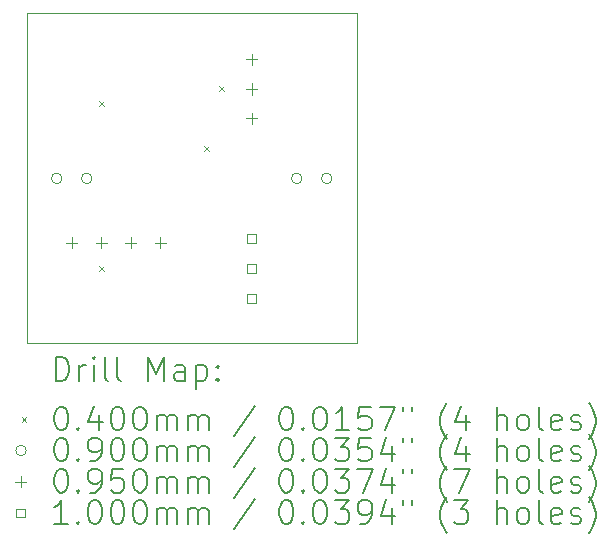
<source format=gbr>
%TF.GenerationSoftware,KiCad,Pcbnew,7.0.1*%
%TF.CreationDate,2023-10-30T09:31:32+01:00*%
%TF.ProjectId,opto-counter,6f70746f-2d63-46f7-956e-7465722e6b69,rev?*%
%TF.SameCoordinates,Original*%
%TF.FileFunction,Drillmap*%
%TF.FilePolarity,Positive*%
%FSLAX45Y45*%
G04 Gerber Fmt 4.5, Leading zero omitted, Abs format (unit mm)*
G04 Created by KiCad (PCBNEW 7.0.1) date 2023-10-30 09:31:32*
%MOMM*%
%LPD*%
G01*
G04 APERTURE LIST*
%ADD10C,0.050000*%
%ADD11C,0.200000*%
%ADD12C,0.040000*%
%ADD13C,0.090000*%
%ADD14C,0.095000*%
%ADD15C,0.100000*%
G04 APERTURE END LIST*
D10*
X6350000Y-2413000D02*
X9144000Y-2413000D01*
X9144000Y-5207000D01*
X6350000Y-5207000D01*
X6350000Y-2413000D01*
D11*
D12*
X6965000Y-3155000D02*
X7005000Y-3195000D01*
X7005000Y-3155000D02*
X6965000Y-3195000D01*
X6965000Y-4552000D02*
X7005000Y-4592000D01*
X7005000Y-4552000D02*
X6965000Y-4592000D01*
X7854000Y-3536000D02*
X7894000Y-3576000D01*
X7894000Y-3536000D02*
X7854000Y-3576000D01*
X7981000Y-3028000D02*
X8021000Y-3068000D01*
X8021000Y-3028000D02*
X7981000Y-3068000D01*
D13*
X6649000Y-3810000D02*
G75*
G03*
X6649000Y-3810000I-45000J0D01*
G01*
X6903000Y-3810000D02*
G75*
G03*
X6903000Y-3810000I-45000J0D01*
G01*
X8681000Y-3810000D02*
G75*
G03*
X8681000Y-3810000I-45000J0D01*
G01*
X8935000Y-3810000D02*
G75*
G03*
X8935000Y-3810000I-45000J0D01*
G01*
D14*
X6731000Y-4306500D02*
X6731000Y-4401500D01*
X6683500Y-4354000D02*
X6778500Y-4354000D01*
X6981000Y-4306500D02*
X6981000Y-4401500D01*
X6933500Y-4354000D02*
X7028500Y-4354000D01*
X7231000Y-4306500D02*
X7231000Y-4401500D01*
X7183500Y-4354000D02*
X7278500Y-4354000D01*
X7481000Y-4306500D02*
X7481000Y-4401500D01*
X7433500Y-4354000D02*
X7528500Y-4354000D01*
X8255000Y-2754500D02*
X8255000Y-2849500D01*
X8207500Y-2802000D02*
X8302500Y-2802000D01*
X8255000Y-3004500D02*
X8255000Y-3099500D01*
X8207500Y-3052000D02*
X8302500Y-3052000D01*
X8255000Y-3254500D02*
X8255000Y-3349500D01*
X8207500Y-3302000D02*
X8302500Y-3302000D01*
D15*
X8290356Y-4354856D02*
X8290356Y-4284144D01*
X8219644Y-4284144D01*
X8219644Y-4354856D01*
X8290356Y-4354856D01*
X8290356Y-4608856D02*
X8290356Y-4538144D01*
X8219644Y-4538144D01*
X8219644Y-4608856D01*
X8290356Y-4608856D01*
X8290356Y-4862856D02*
X8290356Y-4792144D01*
X8219644Y-4792144D01*
X8219644Y-4862856D01*
X8290356Y-4862856D01*
D11*
X6595119Y-5522024D02*
X6595119Y-5322024D01*
X6595119Y-5322024D02*
X6642738Y-5322024D01*
X6642738Y-5322024D02*
X6671309Y-5331548D01*
X6671309Y-5331548D02*
X6690357Y-5350595D01*
X6690357Y-5350595D02*
X6699881Y-5369643D01*
X6699881Y-5369643D02*
X6709405Y-5407738D01*
X6709405Y-5407738D02*
X6709405Y-5436310D01*
X6709405Y-5436310D02*
X6699881Y-5474405D01*
X6699881Y-5474405D02*
X6690357Y-5493452D01*
X6690357Y-5493452D02*
X6671309Y-5512500D01*
X6671309Y-5512500D02*
X6642738Y-5522024D01*
X6642738Y-5522024D02*
X6595119Y-5522024D01*
X6795119Y-5522024D02*
X6795119Y-5388690D01*
X6795119Y-5426786D02*
X6804643Y-5407738D01*
X6804643Y-5407738D02*
X6814167Y-5398214D01*
X6814167Y-5398214D02*
X6833214Y-5388690D01*
X6833214Y-5388690D02*
X6852262Y-5388690D01*
X6918928Y-5522024D02*
X6918928Y-5388690D01*
X6918928Y-5322024D02*
X6909405Y-5331548D01*
X6909405Y-5331548D02*
X6918928Y-5341071D01*
X6918928Y-5341071D02*
X6928452Y-5331548D01*
X6928452Y-5331548D02*
X6918928Y-5322024D01*
X6918928Y-5322024D02*
X6918928Y-5341071D01*
X7042738Y-5522024D02*
X7023690Y-5512500D01*
X7023690Y-5512500D02*
X7014167Y-5493452D01*
X7014167Y-5493452D02*
X7014167Y-5322024D01*
X7147500Y-5522024D02*
X7128452Y-5512500D01*
X7128452Y-5512500D02*
X7118928Y-5493452D01*
X7118928Y-5493452D02*
X7118928Y-5322024D01*
X7376071Y-5522024D02*
X7376071Y-5322024D01*
X7376071Y-5322024D02*
X7442738Y-5464881D01*
X7442738Y-5464881D02*
X7509405Y-5322024D01*
X7509405Y-5322024D02*
X7509405Y-5522024D01*
X7690357Y-5522024D02*
X7690357Y-5417262D01*
X7690357Y-5417262D02*
X7680833Y-5398214D01*
X7680833Y-5398214D02*
X7661786Y-5388690D01*
X7661786Y-5388690D02*
X7623690Y-5388690D01*
X7623690Y-5388690D02*
X7604643Y-5398214D01*
X7690357Y-5512500D02*
X7671309Y-5522024D01*
X7671309Y-5522024D02*
X7623690Y-5522024D01*
X7623690Y-5522024D02*
X7604643Y-5512500D01*
X7604643Y-5512500D02*
X7595119Y-5493452D01*
X7595119Y-5493452D02*
X7595119Y-5474405D01*
X7595119Y-5474405D02*
X7604643Y-5455357D01*
X7604643Y-5455357D02*
X7623690Y-5445833D01*
X7623690Y-5445833D02*
X7671309Y-5445833D01*
X7671309Y-5445833D02*
X7690357Y-5436310D01*
X7785595Y-5388690D02*
X7785595Y-5588690D01*
X7785595Y-5398214D02*
X7804643Y-5388690D01*
X7804643Y-5388690D02*
X7842738Y-5388690D01*
X7842738Y-5388690D02*
X7861786Y-5398214D01*
X7861786Y-5398214D02*
X7871309Y-5407738D01*
X7871309Y-5407738D02*
X7880833Y-5426786D01*
X7880833Y-5426786D02*
X7880833Y-5483929D01*
X7880833Y-5483929D02*
X7871309Y-5502976D01*
X7871309Y-5502976D02*
X7861786Y-5512500D01*
X7861786Y-5512500D02*
X7842738Y-5522024D01*
X7842738Y-5522024D02*
X7804643Y-5522024D01*
X7804643Y-5522024D02*
X7785595Y-5512500D01*
X7966548Y-5502976D02*
X7976071Y-5512500D01*
X7976071Y-5512500D02*
X7966548Y-5522024D01*
X7966548Y-5522024D02*
X7957024Y-5512500D01*
X7957024Y-5512500D02*
X7966548Y-5502976D01*
X7966548Y-5502976D02*
X7966548Y-5522024D01*
X7966548Y-5398214D02*
X7976071Y-5407738D01*
X7976071Y-5407738D02*
X7966548Y-5417262D01*
X7966548Y-5417262D02*
X7957024Y-5407738D01*
X7957024Y-5407738D02*
X7966548Y-5398214D01*
X7966548Y-5398214D02*
X7966548Y-5417262D01*
D12*
X6307500Y-5829500D02*
X6347500Y-5869500D01*
X6347500Y-5829500D02*
X6307500Y-5869500D01*
D11*
X6633214Y-5742024D02*
X6652262Y-5742024D01*
X6652262Y-5742024D02*
X6671309Y-5751548D01*
X6671309Y-5751548D02*
X6680833Y-5761071D01*
X6680833Y-5761071D02*
X6690357Y-5780119D01*
X6690357Y-5780119D02*
X6699881Y-5818214D01*
X6699881Y-5818214D02*
X6699881Y-5865833D01*
X6699881Y-5865833D02*
X6690357Y-5903928D01*
X6690357Y-5903928D02*
X6680833Y-5922976D01*
X6680833Y-5922976D02*
X6671309Y-5932500D01*
X6671309Y-5932500D02*
X6652262Y-5942024D01*
X6652262Y-5942024D02*
X6633214Y-5942024D01*
X6633214Y-5942024D02*
X6614167Y-5932500D01*
X6614167Y-5932500D02*
X6604643Y-5922976D01*
X6604643Y-5922976D02*
X6595119Y-5903928D01*
X6595119Y-5903928D02*
X6585595Y-5865833D01*
X6585595Y-5865833D02*
X6585595Y-5818214D01*
X6585595Y-5818214D02*
X6595119Y-5780119D01*
X6595119Y-5780119D02*
X6604643Y-5761071D01*
X6604643Y-5761071D02*
X6614167Y-5751548D01*
X6614167Y-5751548D02*
X6633214Y-5742024D01*
X6785595Y-5922976D02*
X6795119Y-5932500D01*
X6795119Y-5932500D02*
X6785595Y-5942024D01*
X6785595Y-5942024D02*
X6776071Y-5932500D01*
X6776071Y-5932500D02*
X6785595Y-5922976D01*
X6785595Y-5922976D02*
X6785595Y-5942024D01*
X6966548Y-5808690D02*
X6966548Y-5942024D01*
X6918928Y-5732500D02*
X6871309Y-5875357D01*
X6871309Y-5875357D02*
X6995119Y-5875357D01*
X7109405Y-5742024D02*
X7128452Y-5742024D01*
X7128452Y-5742024D02*
X7147500Y-5751548D01*
X7147500Y-5751548D02*
X7157024Y-5761071D01*
X7157024Y-5761071D02*
X7166548Y-5780119D01*
X7166548Y-5780119D02*
X7176071Y-5818214D01*
X7176071Y-5818214D02*
X7176071Y-5865833D01*
X7176071Y-5865833D02*
X7166548Y-5903928D01*
X7166548Y-5903928D02*
X7157024Y-5922976D01*
X7157024Y-5922976D02*
X7147500Y-5932500D01*
X7147500Y-5932500D02*
X7128452Y-5942024D01*
X7128452Y-5942024D02*
X7109405Y-5942024D01*
X7109405Y-5942024D02*
X7090357Y-5932500D01*
X7090357Y-5932500D02*
X7080833Y-5922976D01*
X7080833Y-5922976D02*
X7071309Y-5903928D01*
X7071309Y-5903928D02*
X7061786Y-5865833D01*
X7061786Y-5865833D02*
X7061786Y-5818214D01*
X7061786Y-5818214D02*
X7071309Y-5780119D01*
X7071309Y-5780119D02*
X7080833Y-5761071D01*
X7080833Y-5761071D02*
X7090357Y-5751548D01*
X7090357Y-5751548D02*
X7109405Y-5742024D01*
X7299881Y-5742024D02*
X7318929Y-5742024D01*
X7318929Y-5742024D02*
X7337976Y-5751548D01*
X7337976Y-5751548D02*
X7347500Y-5761071D01*
X7347500Y-5761071D02*
X7357024Y-5780119D01*
X7357024Y-5780119D02*
X7366548Y-5818214D01*
X7366548Y-5818214D02*
X7366548Y-5865833D01*
X7366548Y-5865833D02*
X7357024Y-5903928D01*
X7357024Y-5903928D02*
X7347500Y-5922976D01*
X7347500Y-5922976D02*
X7337976Y-5932500D01*
X7337976Y-5932500D02*
X7318929Y-5942024D01*
X7318929Y-5942024D02*
X7299881Y-5942024D01*
X7299881Y-5942024D02*
X7280833Y-5932500D01*
X7280833Y-5932500D02*
X7271309Y-5922976D01*
X7271309Y-5922976D02*
X7261786Y-5903928D01*
X7261786Y-5903928D02*
X7252262Y-5865833D01*
X7252262Y-5865833D02*
X7252262Y-5818214D01*
X7252262Y-5818214D02*
X7261786Y-5780119D01*
X7261786Y-5780119D02*
X7271309Y-5761071D01*
X7271309Y-5761071D02*
X7280833Y-5751548D01*
X7280833Y-5751548D02*
X7299881Y-5742024D01*
X7452262Y-5942024D02*
X7452262Y-5808690D01*
X7452262Y-5827738D02*
X7461786Y-5818214D01*
X7461786Y-5818214D02*
X7480833Y-5808690D01*
X7480833Y-5808690D02*
X7509405Y-5808690D01*
X7509405Y-5808690D02*
X7528452Y-5818214D01*
X7528452Y-5818214D02*
X7537976Y-5837262D01*
X7537976Y-5837262D02*
X7537976Y-5942024D01*
X7537976Y-5837262D02*
X7547500Y-5818214D01*
X7547500Y-5818214D02*
X7566548Y-5808690D01*
X7566548Y-5808690D02*
X7595119Y-5808690D01*
X7595119Y-5808690D02*
X7614167Y-5818214D01*
X7614167Y-5818214D02*
X7623690Y-5837262D01*
X7623690Y-5837262D02*
X7623690Y-5942024D01*
X7718929Y-5942024D02*
X7718929Y-5808690D01*
X7718929Y-5827738D02*
X7728452Y-5818214D01*
X7728452Y-5818214D02*
X7747500Y-5808690D01*
X7747500Y-5808690D02*
X7776071Y-5808690D01*
X7776071Y-5808690D02*
X7795119Y-5818214D01*
X7795119Y-5818214D02*
X7804643Y-5837262D01*
X7804643Y-5837262D02*
X7804643Y-5942024D01*
X7804643Y-5837262D02*
X7814167Y-5818214D01*
X7814167Y-5818214D02*
X7833214Y-5808690D01*
X7833214Y-5808690D02*
X7861786Y-5808690D01*
X7861786Y-5808690D02*
X7880833Y-5818214D01*
X7880833Y-5818214D02*
X7890357Y-5837262D01*
X7890357Y-5837262D02*
X7890357Y-5942024D01*
X8280833Y-5732500D02*
X8109405Y-5989643D01*
X8537976Y-5742024D02*
X8557024Y-5742024D01*
X8557024Y-5742024D02*
X8576072Y-5751548D01*
X8576072Y-5751548D02*
X8585595Y-5761071D01*
X8585595Y-5761071D02*
X8595119Y-5780119D01*
X8595119Y-5780119D02*
X8604643Y-5818214D01*
X8604643Y-5818214D02*
X8604643Y-5865833D01*
X8604643Y-5865833D02*
X8595119Y-5903928D01*
X8595119Y-5903928D02*
X8585595Y-5922976D01*
X8585595Y-5922976D02*
X8576072Y-5932500D01*
X8576072Y-5932500D02*
X8557024Y-5942024D01*
X8557024Y-5942024D02*
X8537976Y-5942024D01*
X8537976Y-5942024D02*
X8518929Y-5932500D01*
X8518929Y-5932500D02*
X8509405Y-5922976D01*
X8509405Y-5922976D02*
X8499881Y-5903928D01*
X8499881Y-5903928D02*
X8490357Y-5865833D01*
X8490357Y-5865833D02*
X8490357Y-5818214D01*
X8490357Y-5818214D02*
X8499881Y-5780119D01*
X8499881Y-5780119D02*
X8509405Y-5761071D01*
X8509405Y-5761071D02*
X8518929Y-5751548D01*
X8518929Y-5751548D02*
X8537976Y-5742024D01*
X8690357Y-5922976D02*
X8699881Y-5932500D01*
X8699881Y-5932500D02*
X8690357Y-5942024D01*
X8690357Y-5942024D02*
X8680834Y-5932500D01*
X8680834Y-5932500D02*
X8690357Y-5922976D01*
X8690357Y-5922976D02*
X8690357Y-5942024D01*
X8823691Y-5742024D02*
X8842738Y-5742024D01*
X8842738Y-5742024D02*
X8861786Y-5751548D01*
X8861786Y-5751548D02*
X8871310Y-5761071D01*
X8871310Y-5761071D02*
X8880834Y-5780119D01*
X8880834Y-5780119D02*
X8890357Y-5818214D01*
X8890357Y-5818214D02*
X8890357Y-5865833D01*
X8890357Y-5865833D02*
X8880834Y-5903928D01*
X8880834Y-5903928D02*
X8871310Y-5922976D01*
X8871310Y-5922976D02*
X8861786Y-5932500D01*
X8861786Y-5932500D02*
X8842738Y-5942024D01*
X8842738Y-5942024D02*
X8823691Y-5942024D01*
X8823691Y-5942024D02*
X8804643Y-5932500D01*
X8804643Y-5932500D02*
X8795119Y-5922976D01*
X8795119Y-5922976D02*
X8785595Y-5903928D01*
X8785595Y-5903928D02*
X8776072Y-5865833D01*
X8776072Y-5865833D02*
X8776072Y-5818214D01*
X8776072Y-5818214D02*
X8785595Y-5780119D01*
X8785595Y-5780119D02*
X8795119Y-5761071D01*
X8795119Y-5761071D02*
X8804643Y-5751548D01*
X8804643Y-5751548D02*
X8823691Y-5742024D01*
X9080834Y-5942024D02*
X8966548Y-5942024D01*
X9023691Y-5942024D02*
X9023691Y-5742024D01*
X9023691Y-5742024D02*
X9004643Y-5770595D01*
X9004643Y-5770595D02*
X8985595Y-5789643D01*
X8985595Y-5789643D02*
X8966548Y-5799167D01*
X9261786Y-5742024D02*
X9166548Y-5742024D01*
X9166548Y-5742024D02*
X9157024Y-5837262D01*
X9157024Y-5837262D02*
X9166548Y-5827738D01*
X9166548Y-5827738D02*
X9185595Y-5818214D01*
X9185595Y-5818214D02*
X9233215Y-5818214D01*
X9233215Y-5818214D02*
X9252262Y-5827738D01*
X9252262Y-5827738D02*
X9261786Y-5837262D01*
X9261786Y-5837262D02*
X9271310Y-5856309D01*
X9271310Y-5856309D02*
X9271310Y-5903928D01*
X9271310Y-5903928D02*
X9261786Y-5922976D01*
X9261786Y-5922976D02*
X9252262Y-5932500D01*
X9252262Y-5932500D02*
X9233215Y-5942024D01*
X9233215Y-5942024D02*
X9185595Y-5942024D01*
X9185595Y-5942024D02*
X9166548Y-5932500D01*
X9166548Y-5932500D02*
X9157024Y-5922976D01*
X9337976Y-5742024D02*
X9471310Y-5742024D01*
X9471310Y-5742024D02*
X9385595Y-5942024D01*
X9537976Y-5742024D02*
X9537976Y-5780119D01*
X9614167Y-5742024D02*
X9614167Y-5780119D01*
X9909405Y-6018214D02*
X9899881Y-6008690D01*
X9899881Y-6008690D02*
X9880834Y-5980119D01*
X9880834Y-5980119D02*
X9871310Y-5961071D01*
X9871310Y-5961071D02*
X9861786Y-5932500D01*
X9861786Y-5932500D02*
X9852262Y-5884881D01*
X9852262Y-5884881D02*
X9852262Y-5846786D01*
X9852262Y-5846786D02*
X9861786Y-5799167D01*
X9861786Y-5799167D02*
X9871310Y-5770595D01*
X9871310Y-5770595D02*
X9880834Y-5751548D01*
X9880834Y-5751548D02*
X9899881Y-5722976D01*
X9899881Y-5722976D02*
X9909405Y-5713452D01*
X10071310Y-5808690D02*
X10071310Y-5942024D01*
X10023691Y-5732500D02*
X9976072Y-5875357D01*
X9976072Y-5875357D02*
X10099881Y-5875357D01*
X10328453Y-5942024D02*
X10328453Y-5742024D01*
X10414167Y-5942024D02*
X10414167Y-5837262D01*
X10414167Y-5837262D02*
X10404643Y-5818214D01*
X10404643Y-5818214D02*
X10385596Y-5808690D01*
X10385596Y-5808690D02*
X10357024Y-5808690D01*
X10357024Y-5808690D02*
X10337977Y-5818214D01*
X10337977Y-5818214D02*
X10328453Y-5827738D01*
X10537977Y-5942024D02*
X10518929Y-5932500D01*
X10518929Y-5932500D02*
X10509405Y-5922976D01*
X10509405Y-5922976D02*
X10499881Y-5903928D01*
X10499881Y-5903928D02*
X10499881Y-5846786D01*
X10499881Y-5846786D02*
X10509405Y-5827738D01*
X10509405Y-5827738D02*
X10518929Y-5818214D01*
X10518929Y-5818214D02*
X10537977Y-5808690D01*
X10537977Y-5808690D02*
X10566548Y-5808690D01*
X10566548Y-5808690D02*
X10585596Y-5818214D01*
X10585596Y-5818214D02*
X10595119Y-5827738D01*
X10595119Y-5827738D02*
X10604643Y-5846786D01*
X10604643Y-5846786D02*
X10604643Y-5903928D01*
X10604643Y-5903928D02*
X10595119Y-5922976D01*
X10595119Y-5922976D02*
X10585596Y-5932500D01*
X10585596Y-5932500D02*
X10566548Y-5942024D01*
X10566548Y-5942024D02*
X10537977Y-5942024D01*
X10718929Y-5942024D02*
X10699881Y-5932500D01*
X10699881Y-5932500D02*
X10690358Y-5913452D01*
X10690358Y-5913452D02*
X10690358Y-5742024D01*
X10871310Y-5932500D02*
X10852262Y-5942024D01*
X10852262Y-5942024D02*
X10814167Y-5942024D01*
X10814167Y-5942024D02*
X10795119Y-5932500D01*
X10795119Y-5932500D02*
X10785596Y-5913452D01*
X10785596Y-5913452D02*
X10785596Y-5837262D01*
X10785596Y-5837262D02*
X10795119Y-5818214D01*
X10795119Y-5818214D02*
X10814167Y-5808690D01*
X10814167Y-5808690D02*
X10852262Y-5808690D01*
X10852262Y-5808690D02*
X10871310Y-5818214D01*
X10871310Y-5818214D02*
X10880834Y-5837262D01*
X10880834Y-5837262D02*
X10880834Y-5856309D01*
X10880834Y-5856309D02*
X10785596Y-5875357D01*
X10957024Y-5932500D02*
X10976072Y-5942024D01*
X10976072Y-5942024D02*
X11014167Y-5942024D01*
X11014167Y-5942024D02*
X11033215Y-5932500D01*
X11033215Y-5932500D02*
X11042739Y-5913452D01*
X11042739Y-5913452D02*
X11042739Y-5903928D01*
X11042739Y-5903928D02*
X11033215Y-5884881D01*
X11033215Y-5884881D02*
X11014167Y-5875357D01*
X11014167Y-5875357D02*
X10985596Y-5875357D01*
X10985596Y-5875357D02*
X10966548Y-5865833D01*
X10966548Y-5865833D02*
X10957024Y-5846786D01*
X10957024Y-5846786D02*
X10957024Y-5837262D01*
X10957024Y-5837262D02*
X10966548Y-5818214D01*
X10966548Y-5818214D02*
X10985596Y-5808690D01*
X10985596Y-5808690D02*
X11014167Y-5808690D01*
X11014167Y-5808690D02*
X11033215Y-5818214D01*
X11109405Y-6018214D02*
X11118929Y-6008690D01*
X11118929Y-6008690D02*
X11137977Y-5980119D01*
X11137977Y-5980119D02*
X11147500Y-5961071D01*
X11147500Y-5961071D02*
X11157024Y-5932500D01*
X11157024Y-5932500D02*
X11166548Y-5884881D01*
X11166548Y-5884881D02*
X11166548Y-5846786D01*
X11166548Y-5846786D02*
X11157024Y-5799167D01*
X11157024Y-5799167D02*
X11147500Y-5770595D01*
X11147500Y-5770595D02*
X11137977Y-5751548D01*
X11137977Y-5751548D02*
X11118929Y-5722976D01*
X11118929Y-5722976D02*
X11109405Y-5713452D01*
D13*
X6347500Y-6113500D02*
G75*
G03*
X6347500Y-6113500I-45000J0D01*
G01*
D11*
X6633214Y-6006024D02*
X6652262Y-6006024D01*
X6652262Y-6006024D02*
X6671309Y-6015548D01*
X6671309Y-6015548D02*
X6680833Y-6025071D01*
X6680833Y-6025071D02*
X6690357Y-6044119D01*
X6690357Y-6044119D02*
X6699881Y-6082214D01*
X6699881Y-6082214D02*
X6699881Y-6129833D01*
X6699881Y-6129833D02*
X6690357Y-6167928D01*
X6690357Y-6167928D02*
X6680833Y-6186976D01*
X6680833Y-6186976D02*
X6671309Y-6196500D01*
X6671309Y-6196500D02*
X6652262Y-6206024D01*
X6652262Y-6206024D02*
X6633214Y-6206024D01*
X6633214Y-6206024D02*
X6614167Y-6196500D01*
X6614167Y-6196500D02*
X6604643Y-6186976D01*
X6604643Y-6186976D02*
X6595119Y-6167928D01*
X6595119Y-6167928D02*
X6585595Y-6129833D01*
X6585595Y-6129833D02*
X6585595Y-6082214D01*
X6585595Y-6082214D02*
X6595119Y-6044119D01*
X6595119Y-6044119D02*
X6604643Y-6025071D01*
X6604643Y-6025071D02*
X6614167Y-6015548D01*
X6614167Y-6015548D02*
X6633214Y-6006024D01*
X6785595Y-6186976D02*
X6795119Y-6196500D01*
X6795119Y-6196500D02*
X6785595Y-6206024D01*
X6785595Y-6206024D02*
X6776071Y-6196500D01*
X6776071Y-6196500D02*
X6785595Y-6186976D01*
X6785595Y-6186976D02*
X6785595Y-6206024D01*
X6890357Y-6206024D02*
X6928452Y-6206024D01*
X6928452Y-6206024D02*
X6947500Y-6196500D01*
X6947500Y-6196500D02*
X6957024Y-6186976D01*
X6957024Y-6186976D02*
X6976071Y-6158405D01*
X6976071Y-6158405D02*
X6985595Y-6120309D01*
X6985595Y-6120309D02*
X6985595Y-6044119D01*
X6985595Y-6044119D02*
X6976071Y-6025071D01*
X6976071Y-6025071D02*
X6966548Y-6015548D01*
X6966548Y-6015548D02*
X6947500Y-6006024D01*
X6947500Y-6006024D02*
X6909405Y-6006024D01*
X6909405Y-6006024D02*
X6890357Y-6015548D01*
X6890357Y-6015548D02*
X6880833Y-6025071D01*
X6880833Y-6025071D02*
X6871309Y-6044119D01*
X6871309Y-6044119D02*
X6871309Y-6091738D01*
X6871309Y-6091738D02*
X6880833Y-6110786D01*
X6880833Y-6110786D02*
X6890357Y-6120309D01*
X6890357Y-6120309D02*
X6909405Y-6129833D01*
X6909405Y-6129833D02*
X6947500Y-6129833D01*
X6947500Y-6129833D02*
X6966548Y-6120309D01*
X6966548Y-6120309D02*
X6976071Y-6110786D01*
X6976071Y-6110786D02*
X6985595Y-6091738D01*
X7109405Y-6006024D02*
X7128452Y-6006024D01*
X7128452Y-6006024D02*
X7147500Y-6015548D01*
X7147500Y-6015548D02*
X7157024Y-6025071D01*
X7157024Y-6025071D02*
X7166548Y-6044119D01*
X7166548Y-6044119D02*
X7176071Y-6082214D01*
X7176071Y-6082214D02*
X7176071Y-6129833D01*
X7176071Y-6129833D02*
X7166548Y-6167928D01*
X7166548Y-6167928D02*
X7157024Y-6186976D01*
X7157024Y-6186976D02*
X7147500Y-6196500D01*
X7147500Y-6196500D02*
X7128452Y-6206024D01*
X7128452Y-6206024D02*
X7109405Y-6206024D01*
X7109405Y-6206024D02*
X7090357Y-6196500D01*
X7090357Y-6196500D02*
X7080833Y-6186976D01*
X7080833Y-6186976D02*
X7071309Y-6167928D01*
X7071309Y-6167928D02*
X7061786Y-6129833D01*
X7061786Y-6129833D02*
X7061786Y-6082214D01*
X7061786Y-6082214D02*
X7071309Y-6044119D01*
X7071309Y-6044119D02*
X7080833Y-6025071D01*
X7080833Y-6025071D02*
X7090357Y-6015548D01*
X7090357Y-6015548D02*
X7109405Y-6006024D01*
X7299881Y-6006024D02*
X7318929Y-6006024D01*
X7318929Y-6006024D02*
X7337976Y-6015548D01*
X7337976Y-6015548D02*
X7347500Y-6025071D01*
X7347500Y-6025071D02*
X7357024Y-6044119D01*
X7357024Y-6044119D02*
X7366548Y-6082214D01*
X7366548Y-6082214D02*
X7366548Y-6129833D01*
X7366548Y-6129833D02*
X7357024Y-6167928D01*
X7357024Y-6167928D02*
X7347500Y-6186976D01*
X7347500Y-6186976D02*
X7337976Y-6196500D01*
X7337976Y-6196500D02*
X7318929Y-6206024D01*
X7318929Y-6206024D02*
X7299881Y-6206024D01*
X7299881Y-6206024D02*
X7280833Y-6196500D01*
X7280833Y-6196500D02*
X7271309Y-6186976D01*
X7271309Y-6186976D02*
X7261786Y-6167928D01*
X7261786Y-6167928D02*
X7252262Y-6129833D01*
X7252262Y-6129833D02*
X7252262Y-6082214D01*
X7252262Y-6082214D02*
X7261786Y-6044119D01*
X7261786Y-6044119D02*
X7271309Y-6025071D01*
X7271309Y-6025071D02*
X7280833Y-6015548D01*
X7280833Y-6015548D02*
X7299881Y-6006024D01*
X7452262Y-6206024D02*
X7452262Y-6072690D01*
X7452262Y-6091738D02*
X7461786Y-6082214D01*
X7461786Y-6082214D02*
X7480833Y-6072690D01*
X7480833Y-6072690D02*
X7509405Y-6072690D01*
X7509405Y-6072690D02*
X7528452Y-6082214D01*
X7528452Y-6082214D02*
X7537976Y-6101262D01*
X7537976Y-6101262D02*
X7537976Y-6206024D01*
X7537976Y-6101262D02*
X7547500Y-6082214D01*
X7547500Y-6082214D02*
X7566548Y-6072690D01*
X7566548Y-6072690D02*
X7595119Y-6072690D01*
X7595119Y-6072690D02*
X7614167Y-6082214D01*
X7614167Y-6082214D02*
X7623690Y-6101262D01*
X7623690Y-6101262D02*
X7623690Y-6206024D01*
X7718929Y-6206024D02*
X7718929Y-6072690D01*
X7718929Y-6091738D02*
X7728452Y-6082214D01*
X7728452Y-6082214D02*
X7747500Y-6072690D01*
X7747500Y-6072690D02*
X7776071Y-6072690D01*
X7776071Y-6072690D02*
X7795119Y-6082214D01*
X7795119Y-6082214D02*
X7804643Y-6101262D01*
X7804643Y-6101262D02*
X7804643Y-6206024D01*
X7804643Y-6101262D02*
X7814167Y-6082214D01*
X7814167Y-6082214D02*
X7833214Y-6072690D01*
X7833214Y-6072690D02*
X7861786Y-6072690D01*
X7861786Y-6072690D02*
X7880833Y-6082214D01*
X7880833Y-6082214D02*
X7890357Y-6101262D01*
X7890357Y-6101262D02*
X7890357Y-6206024D01*
X8280833Y-5996500D02*
X8109405Y-6253643D01*
X8537976Y-6006024D02*
X8557024Y-6006024D01*
X8557024Y-6006024D02*
X8576072Y-6015548D01*
X8576072Y-6015548D02*
X8585595Y-6025071D01*
X8585595Y-6025071D02*
X8595119Y-6044119D01*
X8595119Y-6044119D02*
X8604643Y-6082214D01*
X8604643Y-6082214D02*
X8604643Y-6129833D01*
X8604643Y-6129833D02*
X8595119Y-6167928D01*
X8595119Y-6167928D02*
X8585595Y-6186976D01*
X8585595Y-6186976D02*
X8576072Y-6196500D01*
X8576072Y-6196500D02*
X8557024Y-6206024D01*
X8557024Y-6206024D02*
X8537976Y-6206024D01*
X8537976Y-6206024D02*
X8518929Y-6196500D01*
X8518929Y-6196500D02*
X8509405Y-6186976D01*
X8509405Y-6186976D02*
X8499881Y-6167928D01*
X8499881Y-6167928D02*
X8490357Y-6129833D01*
X8490357Y-6129833D02*
X8490357Y-6082214D01*
X8490357Y-6082214D02*
X8499881Y-6044119D01*
X8499881Y-6044119D02*
X8509405Y-6025071D01*
X8509405Y-6025071D02*
X8518929Y-6015548D01*
X8518929Y-6015548D02*
X8537976Y-6006024D01*
X8690357Y-6186976D02*
X8699881Y-6196500D01*
X8699881Y-6196500D02*
X8690357Y-6206024D01*
X8690357Y-6206024D02*
X8680834Y-6196500D01*
X8680834Y-6196500D02*
X8690357Y-6186976D01*
X8690357Y-6186976D02*
X8690357Y-6206024D01*
X8823691Y-6006024D02*
X8842738Y-6006024D01*
X8842738Y-6006024D02*
X8861786Y-6015548D01*
X8861786Y-6015548D02*
X8871310Y-6025071D01*
X8871310Y-6025071D02*
X8880834Y-6044119D01*
X8880834Y-6044119D02*
X8890357Y-6082214D01*
X8890357Y-6082214D02*
X8890357Y-6129833D01*
X8890357Y-6129833D02*
X8880834Y-6167928D01*
X8880834Y-6167928D02*
X8871310Y-6186976D01*
X8871310Y-6186976D02*
X8861786Y-6196500D01*
X8861786Y-6196500D02*
X8842738Y-6206024D01*
X8842738Y-6206024D02*
X8823691Y-6206024D01*
X8823691Y-6206024D02*
X8804643Y-6196500D01*
X8804643Y-6196500D02*
X8795119Y-6186976D01*
X8795119Y-6186976D02*
X8785595Y-6167928D01*
X8785595Y-6167928D02*
X8776072Y-6129833D01*
X8776072Y-6129833D02*
X8776072Y-6082214D01*
X8776072Y-6082214D02*
X8785595Y-6044119D01*
X8785595Y-6044119D02*
X8795119Y-6025071D01*
X8795119Y-6025071D02*
X8804643Y-6015548D01*
X8804643Y-6015548D02*
X8823691Y-6006024D01*
X8957024Y-6006024D02*
X9080834Y-6006024D01*
X9080834Y-6006024D02*
X9014167Y-6082214D01*
X9014167Y-6082214D02*
X9042738Y-6082214D01*
X9042738Y-6082214D02*
X9061786Y-6091738D01*
X9061786Y-6091738D02*
X9071310Y-6101262D01*
X9071310Y-6101262D02*
X9080834Y-6120309D01*
X9080834Y-6120309D02*
X9080834Y-6167928D01*
X9080834Y-6167928D02*
X9071310Y-6186976D01*
X9071310Y-6186976D02*
X9061786Y-6196500D01*
X9061786Y-6196500D02*
X9042738Y-6206024D01*
X9042738Y-6206024D02*
X8985595Y-6206024D01*
X8985595Y-6206024D02*
X8966548Y-6196500D01*
X8966548Y-6196500D02*
X8957024Y-6186976D01*
X9261786Y-6006024D02*
X9166548Y-6006024D01*
X9166548Y-6006024D02*
X9157024Y-6101262D01*
X9157024Y-6101262D02*
X9166548Y-6091738D01*
X9166548Y-6091738D02*
X9185595Y-6082214D01*
X9185595Y-6082214D02*
X9233215Y-6082214D01*
X9233215Y-6082214D02*
X9252262Y-6091738D01*
X9252262Y-6091738D02*
X9261786Y-6101262D01*
X9261786Y-6101262D02*
X9271310Y-6120309D01*
X9271310Y-6120309D02*
X9271310Y-6167928D01*
X9271310Y-6167928D02*
X9261786Y-6186976D01*
X9261786Y-6186976D02*
X9252262Y-6196500D01*
X9252262Y-6196500D02*
X9233215Y-6206024D01*
X9233215Y-6206024D02*
X9185595Y-6206024D01*
X9185595Y-6206024D02*
X9166548Y-6196500D01*
X9166548Y-6196500D02*
X9157024Y-6186976D01*
X9442738Y-6072690D02*
X9442738Y-6206024D01*
X9395119Y-5996500D02*
X9347500Y-6139357D01*
X9347500Y-6139357D02*
X9471310Y-6139357D01*
X9537976Y-6006024D02*
X9537976Y-6044119D01*
X9614167Y-6006024D02*
X9614167Y-6044119D01*
X9909405Y-6282214D02*
X9899881Y-6272690D01*
X9899881Y-6272690D02*
X9880834Y-6244119D01*
X9880834Y-6244119D02*
X9871310Y-6225071D01*
X9871310Y-6225071D02*
X9861786Y-6196500D01*
X9861786Y-6196500D02*
X9852262Y-6148881D01*
X9852262Y-6148881D02*
X9852262Y-6110786D01*
X9852262Y-6110786D02*
X9861786Y-6063167D01*
X9861786Y-6063167D02*
X9871310Y-6034595D01*
X9871310Y-6034595D02*
X9880834Y-6015548D01*
X9880834Y-6015548D02*
X9899881Y-5986976D01*
X9899881Y-5986976D02*
X9909405Y-5977452D01*
X10071310Y-6072690D02*
X10071310Y-6206024D01*
X10023691Y-5996500D02*
X9976072Y-6139357D01*
X9976072Y-6139357D02*
X10099881Y-6139357D01*
X10328453Y-6206024D02*
X10328453Y-6006024D01*
X10414167Y-6206024D02*
X10414167Y-6101262D01*
X10414167Y-6101262D02*
X10404643Y-6082214D01*
X10404643Y-6082214D02*
X10385596Y-6072690D01*
X10385596Y-6072690D02*
X10357024Y-6072690D01*
X10357024Y-6072690D02*
X10337977Y-6082214D01*
X10337977Y-6082214D02*
X10328453Y-6091738D01*
X10537977Y-6206024D02*
X10518929Y-6196500D01*
X10518929Y-6196500D02*
X10509405Y-6186976D01*
X10509405Y-6186976D02*
X10499881Y-6167928D01*
X10499881Y-6167928D02*
X10499881Y-6110786D01*
X10499881Y-6110786D02*
X10509405Y-6091738D01*
X10509405Y-6091738D02*
X10518929Y-6082214D01*
X10518929Y-6082214D02*
X10537977Y-6072690D01*
X10537977Y-6072690D02*
X10566548Y-6072690D01*
X10566548Y-6072690D02*
X10585596Y-6082214D01*
X10585596Y-6082214D02*
X10595119Y-6091738D01*
X10595119Y-6091738D02*
X10604643Y-6110786D01*
X10604643Y-6110786D02*
X10604643Y-6167928D01*
X10604643Y-6167928D02*
X10595119Y-6186976D01*
X10595119Y-6186976D02*
X10585596Y-6196500D01*
X10585596Y-6196500D02*
X10566548Y-6206024D01*
X10566548Y-6206024D02*
X10537977Y-6206024D01*
X10718929Y-6206024D02*
X10699881Y-6196500D01*
X10699881Y-6196500D02*
X10690358Y-6177452D01*
X10690358Y-6177452D02*
X10690358Y-6006024D01*
X10871310Y-6196500D02*
X10852262Y-6206024D01*
X10852262Y-6206024D02*
X10814167Y-6206024D01*
X10814167Y-6206024D02*
X10795119Y-6196500D01*
X10795119Y-6196500D02*
X10785596Y-6177452D01*
X10785596Y-6177452D02*
X10785596Y-6101262D01*
X10785596Y-6101262D02*
X10795119Y-6082214D01*
X10795119Y-6082214D02*
X10814167Y-6072690D01*
X10814167Y-6072690D02*
X10852262Y-6072690D01*
X10852262Y-6072690D02*
X10871310Y-6082214D01*
X10871310Y-6082214D02*
X10880834Y-6101262D01*
X10880834Y-6101262D02*
X10880834Y-6120309D01*
X10880834Y-6120309D02*
X10785596Y-6139357D01*
X10957024Y-6196500D02*
X10976072Y-6206024D01*
X10976072Y-6206024D02*
X11014167Y-6206024D01*
X11014167Y-6206024D02*
X11033215Y-6196500D01*
X11033215Y-6196500D02*
X11042739Y-6177452D01*
X11042739Y-6177452D02*
X11042739Y-6167928D01*
X11042739Y-6167928D02*
X11033215Y-6148881D01*
X11033215Y-6148881D02*
X11014167Y-6139357D01*
X11014167Y-6139357D02*
X10985596Y-6139357D01*
X10985596Y-6139357D02*
X10966548Y-6129833D01*
X10966548Y-6129833D02*
X10957024Y-6110786D01*
X10957024Y-6110786D02*
X10957024Y-6101262D01*
X10957024Y-6101262D02*
X10966548Y-6082214D01*
X10966548Y-6082214D02*
X10985596Y-6072690D01*
X10985596Y-6072690D02*
X11014167Y-6072690D01*
X11014167Y-6072690D02*
X11033215Y-6082214D01*
X11109405Y-6282214D02*
X11118929Y-6272690D01*
X11118929Y-6272690D02*
X11137977Y-6244119D01*
X11137977Y-6244119D02*
X11147500Y-6225071D01*
X11147500Y-6225071D02*
X11157024Y-6196500D01*
X11157024Y-6196500D02*
X11166548Y-6148881D01*
X11166548Y-6148881D02*
X11166548Y-6110786D01*
X11166548Y-6110786D02*
X11157024Y-6063167D01*
X11157024Y-6063167D02*
X11147500Y-6034595D01*
X11147500Y-6034595D02*
X11137977Y-6015548D01*
X11137977Y-6015548D02*
X11118929Y-5986976D01*
X11118929Y-5986976D02*
X11109405Y-5977452D01*
D14*
X6300000Y-6330000D02*
X6300000Y-6425000D01*
X6252500Y-6377500D02*
X6347500Y-6377500D01*
D11*
X6633214Y-6270024D02*
X6652262Y-6270024D01*
X6652262Y-6270024D02*
X6671309Y-6279548D01*
X6671309Y-6279548D02*
X6680833Y-6289071D01*
X6680833Y-6289071D02*
X6690357Y-6308119D01*
X6690357Y-6308119D02*
X6699881Y-6346214D01*
X6699881Y-6346214D02*
X6699881Y-6393833D01*
X6699881Y-6393833D02*
X6690357Y-6431928D01*
X6690357Y-6431928D02*
X6680833Y-6450976D01*
X6680833Y-6450976D02*
X6671309Y-6460500D01*
X6671309Y-6460500D02*
X6652262Y-6470024D01*
X6652262Y-6470024D02*
X6633214Y-6470024D01*
X6633214Y-6470024D02*
X6614167Y-6460500D01*
X6614167Y-6460500D02*
X6604643Y-6450976D01*
X6604643Y-6450976D02*
X6595119Y-6431928D01*
X6595119Y-6431928D02*
X6585595Y-6393833D01*
X6585595Y-6393833D02*
X6585595Y-6346214D01*
X6585595Y-6346214D02*
X6595119Y-6308119D01*
X6595119Y-6308119D02*
X6604643Y-6289071D01*
X6604643Y-6289071D02*
X6614167Y-6279548D01*
X6614167Y-6279548D02*
X6633214Y-6270024D01*
X6785595Y-6450976D02*
X6795119Y-6460500D01*
X6795119Y-6460500D02*
X6785595Y-6470024D01*
X6785595Y-6470024D02*
X6776071Y-6460500D01*
X6776071Y-6460500D02*
X6785595Y-6450976D01*
X6785595Y-6450976D02*
X6785595Y-6470024D01*
X6890357Y-6470024D02*
X6928452Y-6470024D01*
X6928452Y-6470024D02*
X6947500Y-6460500D01*
X6947500Y-6460500D02*
X6957024Y-6450976D01*
X6957024Y-6450976D02*
X6976071Y-6422405D01*
X6976071Y-6422405D02*
X6985595Y-6384309D01*
X6985595Y-6384309D02*
X6985595Y-6308119D01*
X6985595Y-6308119D02*
X6976071Y-6289071D01*
X6976071Y-6289071D02*
X6966548Y-6279548D01*
X6966548Y-6279548D02*
X6947500Y-6270024D01*
X6947500Y-6270024D02*
X6909405Y-6270024D01*
X6909405Y-6270024D02*
X6890357Y-6279548D01*
X6890357Y-6279548D02*
X6880833Y-6289071D01*
X6880833Y-6289071D02*
X6871309Y-6308119D01*
X6871309Y-6308119D02*
X6871309Y-6355738D01*
X6871309Y-6355738D02*
X6880833Y-6374786D01*
X6880833Y-6374786D02*
X6890357Y-6384309D01*
X6890357Y-6384309D02*
X6909405Y-6393833D01*
X6909405Y-6393833D02*
X6947500Y-6393833D01*
X6947500Y-6393833D02*
X6966548Y-6384309D01*
X6966548Y-6384309D02*
X6976071Y-6374786D01*
X6976071Y-6374786D02*
X6985595Y-6355738D01*
X7166548Y-6270024D02*
X7071309Y-6270024D01*
X7071309Y-6270024D02*
X7061786Y-6365262D01*
X7061786Y-6365262D02*
X7071309Y-6355738D01*
X7071309Y-6355738D02*
X7090357Y-6346214D01*
X7090357Y-6346214D02*
X7137976Y-6346214D01*
X7137976Y-6346214D02*
X7157024Y-6355738D01*
X7157024Y-6355738D02*
X7166548Y-6365262D01*
X7166548Y-6365262D02*
X7176071Y-6384309D01*
X7176071Y-6384309D02*
X7176071Y-6431928D01*
X7176071Y-6431928D02*
X7166548Y-6450976D01*
X7166548Y-6450976D02*
X7157024Y-6460500D01*
X7157024Y-6460500D02*
X7137976Y-6470024D01*
X7137976Y-6470024D02*
X7090357Y-6470024D01*
X7090357Y-6470024D02*
X7071309Y-6460500D01*
X7071309Y-6460500D02*
X7061786Y-6450976D01*
X7299881Y-6270024D02*
X7318929Y-6270024D01*
X7318929Y-6270024D02*
X7337976Y-6279548D01*
X7337976Y-6279548D02*
X7347500Y-6289071D01*
X7347500Y-6289071D02*
X7357024Y-6308119D01*
X7357024Y-6308119D02*
X7366548Y-6346214D01*
X7366548Y-6346214D02*
X7366548Y-6393833D01*
X7366548Y-6393833D02*
X7357024Y-6431928D01*
X7357024Y-6431928D02*
X7347500Y-6450976D01*
X7347500Y-6450976D02*
X7337976Y-6460500D01*
X7337976Y-6460500D02*
X7318929Y-6470024D01*
X7318929Y-6470024D02*
X7299881Y-6470024D01*
X7299881Y-6470024D02*
X7280833Y-6460500D01*
X7280833Y-6460500D02*
X7271309Y-6450976D01*
X7271309Y-6450976D02*
X7261786Y-6431928D01*
X7261786Y-6431928D02*
X7252262Y-6393833D01*
X7252262Y-6393833D02*
X7252262Y-6346214D01*
X7252262Y-6346214D02*
X7261786Y-6308119D01*
X7261786Y-6308119D02*
X7271309Y-6289071D01*
X7271309Y-6289071D02*
X7280833Y-6279548D01*
X7280833Y-6279548D02*
X7299881Y-6270024D01*
X7452262Y-6470024D02*
X7452262Y-6336690D01*
X7452262Y-6355738D02*
X7461786Y-6346214D01*
X7461786Y-6346214D02*
X7480833Y-6336690D01*
X7480833Y-6336690D02*
X7509405Y-6336690D01*
X7509405Y-6336690D02*
X7528452Y-6346214D01*
X7528452Y-6346214D02*
X7537976Y-6365262D01*
X7537976Y-6365262D02*
X7537976Y-6470024D01*
X7537976Y-6365262D02*
X7547500Y-6346214D01*
X7547500Y-6346214D02*
X7566548Y-6336690D01*
X7566548Y-6336690D02*
X7595119Y-6336690D01*
X7595119Y-6336690D02*
X7614167Y-6346214D01*
X7614167Y-6346214D02*
X7623690Y-6365262D01*
X7623690Y-6365262D02*
X7623690Y-6470024D01*
X7718929Y-6470024D02*
X7718929Y-6336690D01*
X7718929Y-6355738D02*
X7728452Y-6346214D01*
X7728452Y-6346214D02*
X7747500Y-6336690D01*
X7747500Y-6336690D02*
X7776071Y-6336690D01*
X7776071Y-6336690D02*
X7795119Y-6346214D01*
X7795119Y-6346214D02*
X7804643Y-6365262D01*
X7804643Y-6365262D02*
X7804643Y-6470024D01*
X7804643Y-6365262D02*
X7814167Y-6346214D01*
X7814167Y-6346214D02*
X7833214Y-6336690D01*
X7833214Y-6336690D02*
X7861786Y-6336690D01*
X7861786Y-6336690D02*
X7880833Y-6346214D01*
X7880833Y-6346214D02*
X7890357Y-6365262D01*
X7890357Y-6365262D02*
X7890357Y-6470024D01*
X8280833Y-6260500D02*
X8109405Y-6517643D01*
X8537976Y-6270024D02*
X8557024Y-6270024D01*
X8557024Y-6270024D02*
X8576072Y-6279548D01*
X8576072Y-6279548D02*
X8585595Y-6289071D01*
X8585595Y-6289071D02*
X8595119Y-6308119D01*
X8595119Y-6308119D02*
X8604643Y-6346214D01*
X8604643Y-6346214D02*
X8604643Y-6393833D01*
X8604643Y-6393833D02*
X8595119Y-6431928D01*
X8595119Y-6431928D02*
X8585595Y-6450976D01*
X8585595Y-6450976D02*
X8576072Y-6460500D01*
X8576072Y-6460500D02*
X8557024Y-6470024D01*
X8557024Y-6470024D02*
X8537976Y-6470024D01*
X8537976Y-6470024D02*
X8518929Y-6460500D01*
X8518929Y-6460500D02*
X8509405Y-6450976D01*
X8509405Y-6450976D02*
X8499881Y-6431928D01*
X8499881Y-6431928D02*
X8490357Y-6393833D01*
X8490357Y-6393833D02*
X8490357Y-6346214D01*
X8490357Y-6346214D02*
X8499881Y-6308119D01*
X8499881Y-6308119D02*
X8509405Y-6289071D01*
X8509405Y-6289071D02*
X8518929Y-6279548D01*
X8518929Y-6279548D02*
X8537976Y-6270024D01*
X8690357Y-6450976D02*
X8699881Y-6460500D01*
X8699881Y-6460500D02*
X8690357Y-6470024D01*
X8690357Y-6470024D02*
X8680834Y-6460500D01*
X8680834Y-6460500D02*
X8690357Y-6450976D01*
X8690357Y-6450976D02*
X8690357Y-6470024D01*
X8823691Y-6270024D02*
X8842738Y-6270024D01*
X8842738Y-6270024D02*
X8861786Y-6279548D01*
X8861786Y-6279548D02*
X8871310Y-6289071D01*
X8871310Y-6289071D02*
X8880834Y-6308119D01*
X8880834Y-6308119D02*
X8890357Y-6346214D01*
X8890357Y-6346214D02*
X8890357Y-6393833D01*
X8890357Y-6393833D02*
X8880834Y-6431928D01*
X8880834Y-6431928D02*
X8871310Y-6450976D01*
X8871310Y-6450976D02*
X8861786Y-6460500D01*
X8861786Y-6460500D02*
X8842738Y-6470024D01*
X8842738Y-6470024D02*
X8823691Y-6470024D01*
X8823691Y-6470024D02*
X8804643Y-6460500D01*
X8804643Y-6460500D02*
X8795119Y-6450976D01*
X8795119Y-6450976D02*
X8785595Y-6431928D01*
X8785595Y-6431928D02*
X8776072Y-6393833D01*
X8776072Y-6393833D02*
X8776072Y-6346214D01*
X8776072Y-6346214D02*
X8785595Y-6308119D01*
X8785595Y-6308119D02*
X8795119Y-6289071D01*
X8795119Y-6289071D02*
X8804643Y-6279548D01*
X8804643Y-6279548D02*
X8823691Y-6270024D01*
X8957024Y-6270024D02*
X9080834Y-6270024D01*
X9080834Y-6270024D02*
X9014167Y-6346214D01*
X9014167Y-6346214D02*
X9042738Y-6346214D01*
X9042738Y-6346214D02*
X9061786Y-6355738D01*
X9061786Y-6355738D02*
X9071310Y-6365262D01*
X9071310Y-6365262D02*
X9080834Y-6384309D01*
X9080834Y-6384309D02*
X9080834Y-6431928D01*
X9080834Y-6431928D02*
X9071310Y-6450976D01*
X9071310Y-6450976D02*
X9061786Y-6460500D01*
X9061786Y-6460500D02*
X9042738Y-6470024D01*
X9042738Y-6470024D02*
X8985595Y-6470024D01*
X8985595Y-6470024D02*
X8966548Y-6460500D01*
X8966548Y-6460500D02*
X8957024Y-6450976D01*
X9147500Y-6270024D02*
X9280834Y-6270024D01*
X9280834Y-6270024D02*
X9195119Y-6470024D01*
X9442738Y-6336690D02*
X9442738Y-6470024D01*
X9395119Y-6260500D02*
X9347500Y-6403357D01*
X9347500Y-6403357D02*
X9471310Y-6403357D01*
X9537976Y-6270024D02*
X9537976Y-6308119D01*
X9614167Y-6270024D02*
X9614167Y-6308119D01*
X9909405Y-6546214D02*
X9899881Y-6536690D01*
X9899881Y-6536690D02*
X9880834Y-6508119D01*
X9880834Y-6508119D02*
X9871310Y-6489071D01*
X9871310Y-6489071D02*
X9861786Y-6460500D01*
X9861786Y-6460500D02*
X9852262Y-6412881D01*
X9852262Y-6412881D02*
X9852262Y-6374786D01*
X9852262Y-6374786D02*
X9861786Y-6327167D01*
X9861786Y-6327167D02*
X9871310Y-6298595D01*
X9871310Y-6298595D02*
X9880834Y-6279548D01*
X9880834Y-6279548D02*
X9899881Y-6250976D01*
X9899881Y-6250976D02*
X9909405Y-6241452D01*
X9966548Y-6270024D02*
X10099881Y-6270024D01*
X10099881Y-6270024D02*
X10014167Y-6470024D01*
X10328453Y-6470024D02*
X10328453Y-6270024D01*
X10414167Y-6470024D02*
X10414167Y-6365262D01*
X10414167Y-6365262D02*
X10404643Y-6346214D01*
X10404643Y-6346214D02*
X10385596Y-6336690D01*
X10385596Y-6336690D02*
X10357024Y-6336690D01*
X10357024Y-6336690D02*
X10337977Y-6346214D01*
X10337977Y-6346214D02*
X10328453Y-6355738D01*
X10537977Y-6470024D02*
X10518929Y-6460500D01*
X10518929Y-6460500D02*
X10509405Y-6450976D01*
X10509405Y-6450976D02*
X10499881Y-6431928D01*
X10499881Y-6431928D02*
X10499881Y-6374786D01*
X10499881Y-6374786D02*
X10509405Y-6355738D01*
X10509405Y-6355738D02*
X10518929Y-6346214D01*
X10518929Y-6346214D02*
X10537977Y-6336690D01*
X10537977Y-6336690D02*
X10566548Y-6336690D01*
X10566548Y-6336690D02*
X10585596Y-6346214D01*
X10585596Y-6346214D02*
X10595119Y-6355738D01*
X10595119Y-6355738D02*
X10604643Y-6374786D01*
X10604643Y-6374786D02*
X10604643Y-6431928D01*
X10604643Y-6431928D02*
X10595119Y-6450976D01*
X10595119Y-6450976D02*
X10585596Y-6460500D01*
X10585596Y-6460500D02*
X10566548Y-6470024D01*
X10566548Y-6470024D02*
X10537977Y-6470024D01*
X10718929Y-6470024D02*
X10699881Y-6460500D01*
X10699881Y-6460500D02*
X10690358Y-6441452D01*
X10690358Y-6441452D02*
X10690358Y-6270024D01*
X10871310Y-6460500D02*
X10852262Y-6470024D01*
X10852262Y-6470024D02*
X10814167Y-6470024D01*
X10814167Y-6470024D02*
X10795119Y-6460500D01*
X10795119Y-6460500D02*
X10785596Y-6441452D01*
X10785596Y-6441452D02*
X10785596Y-6365262D01*
X10785596Y-6365262D02*
X10795119Y-6346214D01*
X10795119Y-6346214D02*
X10814167Y-6336690D01*
X10814167Y-6336690D02*
X10852262Y-6336690D01*
X10852262Y-6336690D02*
X10871310Y-6346214D01*
X10871310Y-6346214D02*
X10880834Y-6365262D01*
X10880834Y-6365262D02*
X10880834Y-6384309D01*
X10880834Y-6384309D02*
X10785596Y-6403357D01*
X10957024Y-6460500D02*
X10976072Y-6470024D01*
X10976072Y-6470024D02*
X11014167Y-6470024D01*
X11014167Y-6470024D02*
X11033215Y-6460500D01*
X11033215Y-6460500D02*
X11042739Y-6441452D01*
X11042739Y-6441452D02*
X11042739Y-6431928D01*
X11042739Y-6431928D02*
X11033215Y-6412881D01*
X11033215Y-6412881D02*
X11014167Y-6403357D01*
X11014167Y-6403357D02*
X10985596Y-6403357D01*
X10985596Y-6403357D02*
X10966548Y-6393833D01*
X10966548Y-6393833D02*
X10957024Y-6374786D01*
X10957024Y-6374786D02*
X10957024Y-6365262D01*
X10957024Y-6365262D02*
X10966548Y-6346214D01*
X10966548Y-6346214D02*
X10985596Y-6336690D01*
X10985596Y-6336690D02*
X11014167Y-6336690D01*
X11014167Y-6336690D02*
X11033215Y-6346214D01*
X11109405Y-6546214D02*
X11118929Y-6536690D01*
X11118929Y-6536690D02*
X11137977Y-6508119D01*
X11137977Y-6508119D02*
X11147500Y-6489071D01*
X11147500Y-6489071D02*
X11157024Y-6460500D01*
X11157024Y-6460500D02*
X11166548Y-6412881D01*
X11166548Y-6412881D02*
X11166548Y-6374786D01*
X11166548Y-6374786D02*
X11157024Y-6327167D01*
X11157024Y-6327167D02*
X11147500Y-6298595D01*
X11147500Y-6298595D02*
X11137977Y-6279548D01*
X11137977Y-6279548D02*
X11118929Y-6250976D01*
X11118929Y-6250976D02*
X11109405Y-6241452D01*
D15*
X6332856Y-6676856D02*
X6332856Y-6606144D01*
X6262144Y-6606144D01*
X6262144Y-6676856D01*
X6332856Y-6676856D01*
D11*
X6699881Y-6734024D02*
X6585595Y-6734024D01*
X6642738Y-6734024D02*
X6642738Y-6534024D01*
X6642738Y-6534024D02*
X6623690Y-6562595D01*
X6623690Y-6562595D02*
X6604643Y-6581643D01*
X6604643Y-6581643D02*
X6585595Y-6591167D01*
X6785595Y-6714976D02*
X6795119Y-6724500D01*
X6795119Y-6724500D02*
X6785595Y-6734024D01*
X6785595Y-6734024D02*
X6776071Y-6724500D01*
X6776071Y-6724500D02*
X6785595Y-6714976D01*
X6785595Y-6714976D02*
X6785595Y-6734024D01*
X6918928Y-6534024D02*
X6937976Y-6534024D01*
X6937976Y-6534024D02*
X6957024Y-6543548D01*
X6957024Y-6543548D02*
X6966548Y-6553071D01*
X6966548Y-6553071D02*
X6976071Y-6572119D01*
X6976071Y-6572119D02*
X6985595Y-6610214D01*
X6985595Y-6610214D02*
X6985595Y-6657833D01*
X6985595Y-6657833D02*
X6976071Y-6695928D01*
X6976071Y-6695928D02*
X6966548Y-6714976D01*
X6966548Y-6714976D02*
X6957024Y-6724500D01*
X6957024Y-6724500D02*
X6937976Y-6734024D01*
X6937976Y-6734024D02*
X6918928Y-6734024D01*
X6918928Y-6734024D02*
X6899881Y-6724500D01*
X6899881Y-6724500D02*
X6890357Y-6714976D01*
X6890357Y-6714976D02*
X6880833Y-6695928D01*
X6880833Y-6695928D02*
X6871309Y-6657833D01*
X6871309Y-6657833D02*
X6871309Y-6610214D01*
X6871309Y-6610214D02*
X6880833Y-6572119D01*
X6880833Y-6572119D02*
X6890357Y-6553071D01*
X6890357Y-6553071D02*
X6899881Y-6543548D01*
X6899881Y-6543548D02*
X6918928Y-6534024D01*
X7109405Y-6534024D02*
X7128452Y-6534024D01*
X7128452Y-6534024D02*
X7147500Y-6543548D01*
X7147500Y-6543548D02*
X7157024Y-6553071D01*
X7157024Y-6553071D02*
X7166548Y-6572119D01*
X7166548Y-6572119D02*
X7176071Y-6610214D01*
X7176071Y-6610214D02*
X7176071Y-6657833D01*
X7176071Y-6657833D02*
X7166548Y-6695928D01*
X7166548Y-6695928D02*
X7157024Y-6714976D01*
X7157024Y-6714976D02*
X7147500Y-6724500D01*
X7147500Y-6724500D02*
X7128452Y-6734024D01*
X7128452Y-6734024D02*
X7109405Y-6734024D01*
X7109405Y-6734024D02*
X7090357Y-6724500D01*
X7090357Y-6724500D02*
X7080833Y-6714976D01*
X7080833Y-6714976D02*
X7071309Y-6695928D01*
X7071309Y-6695928D02*
X7061786Y-6657833D01*
X7061786Y-6657833D02*
X7061786Y-6610214D01*
X7061786Y-6610214D02*
X7071309Y-6572119D01*
X7071309Y-6572119D02*
X7080833Y-6553071D01*
X7080833Y-6553071D02*
X7090357Y-6543548D01*
X7090357Y-6543548D02*
X7109405Y-6534024D01*
X7299881Y-6534024D02*
X7318929Y-6534024D01*
X7318929Y-6534024D02*
X7337976Y-6543548D01*
X7337976Y-6543548D02*
X7347500Y-6553071D01*
X7347500Y-6553071D02*
X7357024Y-6572119D01*
X7357024Y-6572119D02*
X7366548Y-6610214D01*
X7366548Y-6610214D02*
X7366548Y-6657833D01*
X7366548Y-6657833D02*
X7357024Y-6695928D01*
X7357024Y-6695928D02*
X7347500Y-6714976D01*
X7347500Y-6714976D02*
X7337976Y-6724500D01*
X7337976Y-6724500D02*
X7318929Y-6734024D01*
X7318929Y-6734024D02*
X7299881Y-6734024D01*
X7299881Y-6734024D02*
X7280833Y-6724500D01*
X7280833Y-6724500D02*
X7271309Y-6714976D01*
X7271309Y-6714976D02*
X7261786Y-6695928D01*
X7261786Y-6695928D02*
X7252262Y-6657833D01*
X7252262Y-6657833D02*
X7252262Y-6610214D01*
X7252262Y-6610214D02*
X7261786Y-6572119D01*
X7261786Y-6572119D02*
X7271309Y-6553071D01*
X7271309Y-6553071D02*
X7280833Y-6543548D01*
X7280833Y-6543548D02*
X7299881Y-6534024D01*
X7452262Y-6734024D02*
X7452262Y-6600690D01*
X7452262Y-6619738D02*
X7461786Y-6610214D01*
X7461786Y-6610214D02*
X7480833Y-6600690D01*
X7480833Y-6600690D02*
X7509405Y-6600690D01*
X7509405Y-6600690D02*
X7528452Y-6610214D01*
X7528452Y-6610214D02*
X7537976Y-6629262D01*
X7537976Y-6629262D02*
X7537976Y-6734024D01*
X7537976Y-6629262D02*
X7547500Y-6610214D01*
X7547500Y-6610214D02*
X7566548Y-6600690D01*
X7566548Y-6600690D02*
X7595119Y-6600690D01*
X7595119Y-6600690D02*
X7614167Y-6610214D01*
X7614167Y-6610214D02*
X7623690Y-6629262D01*
X7623690Y-6629262D02*
X7623690Y-6734024D01*
X7718929Y-6734024D02*
X7718929Y-6600690D01*
X7718929Y-6619738D02*
X7728452Y-6610214D01*
X7728452Y-6610214D02*
X7747500Y-6600690D01*
X7747500Y-6600690D02*
X7776071Y-6600690D01*
X7776071Y-6600690D02*
X7795119Y-6610214D01*
X7795119Y-6610214D02*
X7804643Y-6629262D01*
X7804643Y-6629262D02*
X7804643Y-6734024D01*
X7804643Y-6629262D02*
X7814167Y-6610214D01*
X7814167Y-6610214D02*
X7833214Y-6600690D01*
X7833214Y-6600690D02*
X7861786Y-6600690D01*
X7861786Y-6600690D02*
X7880833Y-6610214D01*
X7880833Y-6610214D02*
X7890357Y-6629262D01*
X7890357Y-6629262D02*
X7890357Y-6734024D01*
X8280833Y-6524500D02*
X8109405Y-6781643D01*
X8537976Y-6534024D02*
X8557024Y-6534024D01*
X8557024Y-6534024D02*
X8576072Y-6543548D01*
X8576072Y-6543548D02*
X8585595Y-6553071D01*
X8585595Y-6553071D02*
X8595119Y-6572119D01*
X8595119Y-6572119D02*
X8604643Y-6610214D01*
X8604643Y-6610214D02*
X8604643Y-6657833D01*
X8604643Y-6657833D02*
X8595119Y-6695928D01*
X8595119Y-6695928D02*
X8585595Y-6714976D01*
X8585595Y-6714976D02*
X8576072Y-6724500D01*
X8576072Y-6724500D02*
X8557024Y-6734024D01*
X8557024Y-6734024D02*
X8537976Y-6734024D01*
X8537976Y-6734024D02*
X8518929Y-6724500D01*
X8518929Y-6724500D02*
X8509405Y-6714976D01*
X8509405Y-6714976D02*
X8499881Y-6695928D01*
X8499881Y-6695928D02*
X8490357Y-6657833D01*
X8490357Y-6657833D02*
X8490357Y-6610214D01*
X8490357Y-6610214D02*
X8499881Y-6572119D01*
X8499881Y-6572119D02*
X8509405Y-6553071D01*
X8509405Y-6553071D02*
X8518929Y-6543548D01*
X8518929Y-6543548D02*
X8537976Y-6534024D01*
X8690357Y-6714976D02*
X8699881Y-6724500D01*
X8699881Y-6724500D02*
X8690357Y-6734024D01*
X8690357Y-6734024D02*
X8680834Y-6724500D01*
X8680834Y-6724500D02*
X8690357Y-6714976D01*
X8690357Y-6714976D02*
X8690357Y-6734024D01*
X8823691Y-6534024D02*
X8842738Y-6534024D01*
X8842738Y-6534024D02*
X8861786Y-6543548D01*
X8861786Y-6543548D02*
X8871310Y-6553071D01*
X8871310Y-6553071D02*
X8880834Y-6572119D01*
X8880834Y-6572119D02*
X8890357Y-6610214D01*
X8890357Y-6610214D02*
X8890357Y-6657833D01*
X8890357Y-6657833D02*
X8880834Y-6695928D01*
X8880834Y-6695928D02*
X8871310Y-6714976D01*
X8871310Y-6714976D02*
X8861786Y-6724500D01*
X8861786Y-6724500D02*
X8842738Y-6734024D01*
X8842738Y-6734024D02*
X8823691Y-6734024D01*
X8823691Y-6734024D02*
X8804643Y-6724500D01*
X8804643Y-6724500D02*
X8795119Y-6714976D01*
X8795119Y-6714976D02*
X8785595Y-6695928D01*
X8785595Y-6695928D02*
X8776072Y-6657833D01*
X8776072Y-6657833D02*
X8776072Y-6610214D01*
X8776072Y-6610214D02*
X8785595Y-6572119D01*
X8785595Y-6572119D02*
X8795119Y-6553071D01*
X8795119Y-6553071D02*
X8804643Y-6543548D01*
X8804643Y-6543548D02*
X8823691Y-6534024D01*
X8957024Y-6534024D02*
X9080834Y-6534024D01*
X9080834Y-6534024D02*
X9014167Y-6610214D01*
X9014167Y-6610214D02*
X9042738Y-6610214D01*
X9042738Y-6610214D02*
X9061786Y-6619738D01*
X9061786Y-6619738D02*
X9071310Y-6629262D01*
X9071310Y-6629262D02*
X9080834Y-6648309D01*
X9080834Y-6648309D02*
X9080834Y-6695928D01*
X9080834Y-6695928D02*
X9071310Y-6714976D01*
X9071310Y-6714976D02*
X9061786Y-6724500D01*
X9061786Y-6724500D02*
X9042738Y-6734024D01*
X9042738Y-6734024D02*
X8985595Y-6734024D01*
X8985595Y-6734024D02*
X8966548Y-6724500D01*
X8966548Y-6724500D02*
X8957024Y-6714976D01*
X9176072Y-6734024D02*
X9214167Y-6734024D01*
X9214167Y-6734024D02*
X9233215Y-6724500D01*
X9233215Y-6724500D02*
X9242738Y-6714976D01*
X9242738Y-6714976D02*
X9261786Y-6686405D01*
X9261786Y-6686405D02*
X9271310Y-6648309D01*
X9271310Y-6648309D02*
X9271310Y-6572119D01*
X9271310Y-6572119D02*
X9261786Y-6553071D01*
X9261786Y-6553071D02*
X9252262Y-6543548D01*
X9252262Y-6543548D02*
X9233215Y-6534024D01*
X9233215Y-6534024D02*
X9195119Y-6534024D01*
X9195119Y-6534024D02*
X9176072Y-6543548D01*
X9176072Y-6543548D02*
X9166548Y-6553071D01*
X9166548Y-6553071D02*
X9157024Y-6572119D01*
X9157024Y-6572119D02*
X9157024Y-6619738D01*
X9157024Y-6619738D02*
X9166548Y-6638786D01*
X9166548Y-6638786D02*
X9176072Y-6648309D01*
X9176072Y-6648309D02*
X9195119Y-6657833D01*
X9195119Y-6657833D02*
X9233215Y-6657833D01*
X9233215Y-6657833D02*
X9252262Y-6648309D01*
X9252262Y-6648309D02*
X9261786Y-6638786D01*
X9261786Y-6638786D02*
X9271310Y-6619738D01*
X9442738Y-6600690D02*
X9442738Y-6734024D01*
X9395119Y-6524500D02*
X9347500Y-6667357D01*
X9347500Y-6667357D02*
X9471310Y-6667357D01*
X9537976Y-6534024D02*
X9537976Y-6572119D01*
X9614167Y-6534024D02*
X9614167Y-6572119D01*
X9909405Y-6810214D02*
X9899881Y-6800690D01*
X9899881Y-6800690D02*
X9880834Y-6772119D01*
X9880834Y-6772119D02*
X9871310Y-6753071D01*
X9871310Y-6753071D02*
X9861786Y-6724500D01*
X9861786Y-6724500D02*
X9852262Y-6676881D01*
X9852262Y-6676881D02*
X9852262Y-6638786D01*
X9852262Y-6638786D02*
X9861786Y-6591167D01*
X9861786Y-6591167D02*
X9871310Y-6562595D01*
X9871310Y-6562595D02*
X9880834Y-6543548D01*
X9880834Y-6543548D02*
X9899881Y-6514976D01*
X9899881Y-6514976D02*
X9909405Y-6505452D01*
X9966548Y-6534024D02*
X10090357Y-6534024D01*
X10090357Y-6534024D02*
X10023691Y-6610214D01*
X10023691Y-6610214D02*
X10052262Y-6610214D01*
X10052262Y-6610214D02*
X10071310Y-6619738D01*
X10071310Y-6619738D02*
X10080834Y-6629262D01*
X10080834Y-6629262D02*
X10090357Y-6648309D01*
X10090357Y-6648309D02*
X10090357Y-6695928D01*
X10090357Y-6695928D02*
X10080834Y-6714976D01*
X10080834Y-6714976D02*
X10071310Y-6724500D01*
X10071310Y-6724500D02*
X10052262Y-6734024D01*
X10052262Y-6734024D02*
X9995119Y-6734024D01*
X9995119Y-6734024D02*
X9976072Y-6724500D01*
X9976072Y-6724500D02*
X9966548Y-6714976D01*
X10328453Y-6734024D02*
X10328453Y-6534024D01*
X10414167Y-6734024D02*
X10414167Y-6629262D01*
X10414167Y-6629262D02*
X10404643Y-6610214D01*
X10404643Y-6610214D02*
X10385596Y-6600690D01*
X10385596Y-6600690D02*
X10357024Y-6600690D01*
X10357024Y-6600690D02*
X10337977Y-6610214D01*
X10337977Y-6610214D02*
X10328453Y-6619738D01*
X10537977Y-6734024D02*
X10518929Y-6724500D01*
X10518929Y-6724500D02*
X10509405Y-6714976D01*
X10509405Y-6714976D02*
X10499881Y-6695928D01*
X10499881Y-6695928D02*
X10499881Y-6638786D01*
X10499881Y-6638786D02*
X10509405Y-6619738D01*
X10509405Y-6619738D02*
X10518929Y-6610214D01*
X10518929Y-6610214D02*
X10537977Y-6600690D01*
X10537977Y-6600690D02*
X10566548Y-6600690D01*
X10566548Y-6600690D02*
X10585596Y-6610214D01*
X10585596Y-6610214D02*
X10595119Y-6619738D01*
X10595119Y-6619738D02*
X10604643Y-6638786D01*
X10604643Y-6638786D02*
X10604643Y-6695928D01*
X10604643Y-6695928D02*
X10595119Y-6714976D01*
X10595119Y-6714976D02*
X10585596Y-6724500D01*
X10585596Y-6724500D02*
X10566548Y-6734024D01*
X10566548Y-6734024D02*
X10537977Y-6734024D01*
X10718929Y-6734024D02*
X10699881Y-6724500D01*
X10699881Y-6724500D02*
X10690358Y-6705452D01*
X10690358Y-6705452D02*
X10690358Y-6534024D01*
X10871310Y-6724500D02*
X10852262Y-6734024D01*
X10852262Y-6734024D02*
X10814167Y-6734024D01*
X10814167Y-6734024D02*
X10795119Y-6724500D01*
X10795119Y-6724500D02*
X10785596Y-6705452D01*
X10785596Y-6705452D02*
X10785596Y-6629262D01*
X10785596Y-6629262D02*
X10795119Y-6610214D01*
X10795119Y-6610214D02*
X10814167Y-6600690D01*
X10814167Y-6600690D02*
X10852262Y-6600690D01*
X10852262Y-6600690D02*
X10871310Y-6610214D01*
X10871310Y-6610214D02*
X10880834Y-6629262D01*
X10880834Y-6629262D02*
X10880834Y-6648309D01*
X10880834Y-6648309D02*
X10785596Y-6667357D01*
X10957024Y-6724500D02*
X10976072Y-6734024D01*
X10976072Y-6734024D02*
X11014167Y-6734024D01*
X11014167Y-6734024D02*
X11033215Y-6724500D01*
X11033215Y-6724500D02*
X11042739Y-6705452D01*
X11042739Y-6705452D02*
X11042739Y-6695928D01*
X11042739Y-6695928D02*
X11033215Y-6676881D01*
X11033215Y-6676881D02*
X11014167Y-6667357D01*
X11014167Y-6667357D02*
X10985596Y-6667357D01*
X10985596Y-6667357D02*
X10966548Y-6657833D01*
X10966548Y-6657833D02*
X10957024Y-6638786D01*
X10957024Y-6638786D02*
X10957024Y-6629262D01*
X10957024Y-6629262D02*
X10966548Y-6610214D01*
X10966548Y-6610214D02*
X10985596Y-6600690D01*
X10985596Y-6600690D02*
X11014167Y-6600690D01*
X11014167Y-6600690D02*
X11033215Y-6610214D01*
X11109405Y-6810214D02*
X11118929Y-6800690D01*
X11118929Y-6800690D02*
X11137977Y-6772119D01*
X11137977Y-6772119D02*
X11147500Y-6753071D01*
X11147500Y-6753071D02*
X11157024Y-6724500D01*
X11157024Y-6724500D02*
X11166548Y-6676881D01*
X11166548Y-6676881D02*
X11166548Y-6638786D01*
X11166548Y-6638786D02*
X11157024Y-6591167D01*
X11157024Y-6591167D02*
X11147500Y-6562595D01*
X11147500Y-6562595D02*
X11137977Y-6543548D01*
X11137977Y-6543548D02*
X11118929Y-6514976D01*
X11118929Y-6514976D02*
X11109405Y-6505452D01*
M02*

</source>
